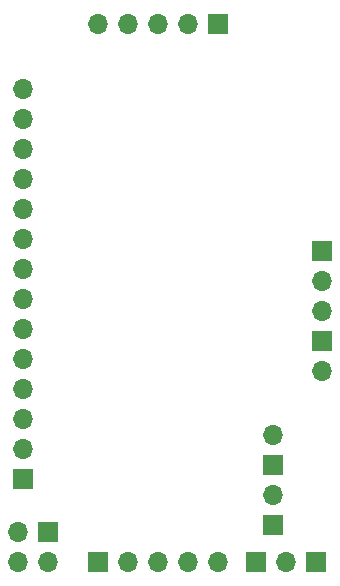
<source format=gbs>
%TF.GenerationSoftware,KiCad,Pcbnew,(5.1.6-0-10_14)*%
%TF.CreationDate,2021-01-07T19:03:10+09:00*%
%TF.ProjectId,qPCR-photosensing,71504352-2d70-4686-9f74-6f73656e7369,rev?*%
%TF.SameCoordinates,Original*%
%TF.FileFunction,Soldermask,Bot*%
%TF.FilePolarity,Negative*%
%FSLAX46Y46*%
G04 Gerber Fmt 4.6, Leading zero omitted, Abs format (unit mm)*
G04 Created by KiCad (PCBNEW (5.1.6-0-10_14)) date 2021-01-07 19:03:10*
%MOMM*%
%LPD*%
G01*
G04 APERTURE LIST*
%ADD10O,1.700000X1.700000*%
%ADD11R,1.700000X1.700000*%
G04 APERTURE END LIST*
D10*
%TO.C,J3*%
X103298000Y-110000000D03*
X100758000Y-110000000D03*
X98218000Y-110000000D03*
X95678000Y-110000000D03*
D11*
X93138000Y-110000000D03*
%TD*%
%TO.C,J4*%
X103298000Y-64440000D03*
D10*
X100758000Y-64440000D03*
X98218000Y-64440000D03*
X95678000Y-64440000D03*
X93138000Y-64440000D03*
%TD*%
%TO.C,J1*%
X86730000Y-69980000D03*
X86730000Y-72520000D03*
X86730000Y-75060000D03*
X86730000Y-77600000D03*
X86730000Y-80140000D03*
X86730000Y-82680000D03*
X86730000Y-85220000D03*
X86730000Y-87760000D03*
X86730000Y-90300000D03*
X86730000Y-92840000D03*
X86730000Y-95380000D03*
X86730000Y-97920000D03*
X86730000Y-100460000D03*
D11*
X86730000Y-103000000D03*
%TD*%
D10*
%TO.C,JTHERM1*%
X109040000Y-110000000D03*
D11*
X111580000Y-110000000D03*
%TD*%
D10*
%TO.C,J6*%
X112100000Y-88780000D03*
X112100000Y-86240000D03*
D11*
X112100000Y-83700000D03*
%TD*%
%TO.C,J7*%
X112100000Y-91320000D03*
D10*
X112100000Y-93860000D03*
%TD*%
D11*
%TO.C,R6*%
X107930000Y-101820000D03*
D10*
X107930000Y-99280000D03*
%TD*%
%TO.C,R7*%
X107930000Y-104360000D03*
D11*
X107930000Y-106900000D03*
%TD*%
%TO.C,JGAIN1*%
X106500000Y-110000000D03*
%TD*%
D10*
%TO.C,JSPI1*%
X86360000Y-110000000D03*
X86360000Y-107460000D03*
X88900000Y-110000000D03*
D11*
X88900000Y-107460000D03*
%TD*%
M02*

</source>
